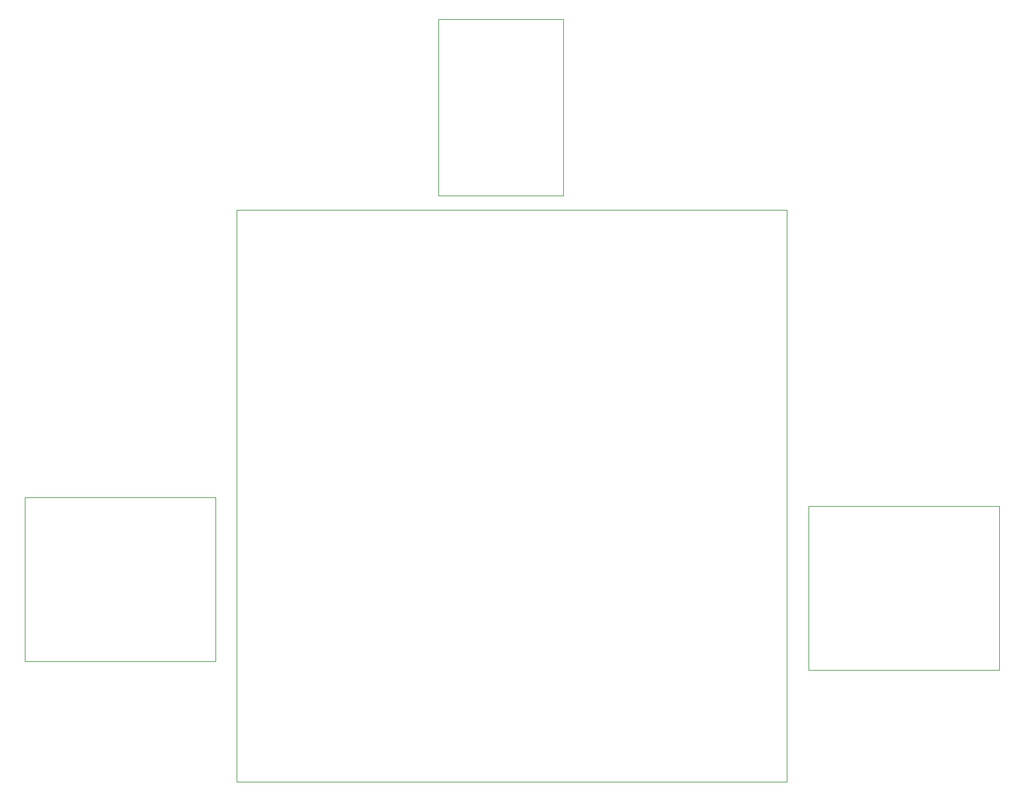
<source format=gbr>
%TF.GenerationSoftware,KiCad,Pcbnew,(5.1.6)-1*%
%TF.CreationDate,2021-04-19T20:59:16+02:00*%
%TF.ProjectId,SimpleDigital,53696d70-6c65-4446-9967-6974616c2e6b,v01*%
%TF.SameCoordinates,Original*%
%TF.FileFunction,Profile,NP*%
%FSLAX46Y46*%
G04 Gerber Fmt 4.6, Leading zero omitted, Abs format (unit mm)*
G04 Created by KiCad (PCBNEW (5.1.6)-1) date 2021-04-19 20:59:16*
%MOMM*%
%LPD*%
G01*
G04 APERTURE LIST*
%TA.AperFunction,Profile*%
%ADD10C,0.050000*%
%TD*%
G04 APERTURE END LIST*
D10*
X193100000Y-149750000D02*
X193100000Y-127450000D01*
X219100000Y-149750000D02*
X193100000Y-149750000D01*
X219100000Y-127450000D02*
X219100000Y-149750000D01*
X193100000Y-127450000D02*
X219100000Y-127450000D01*
X86200000Y-148550000D02*
X112200000Y-148550000D01*
X86200000Y-126250000D02*
X86200000Y-148550000D01*
X112200000Y-126250000D02*
X86200000Y-126250000D01*
X112200000Y-148550000D02*
X112200000Y-126250000D01*
X115100000Y-165000000D02*
X115100000Y-87000000D01*
X190100000Y-165000000D02*
X115100000Y-165000000D01*
X190100000Y-87000000D02*
X190100000Y-165000000D01*
X115100000Y-87000000D02*
X190100000Y-87000000D01*
X159650000Y-61000000D02*
X142650000Y-61000000D01*
X159650000Y-85100000D02*
X159650000Y-61000000D01*
X142650000Y-85100000D02*
X159650000Y-85100000D01*
X142650000Y-61000000D02*
X142650000Y-85100000D01*
M02*

</source>
